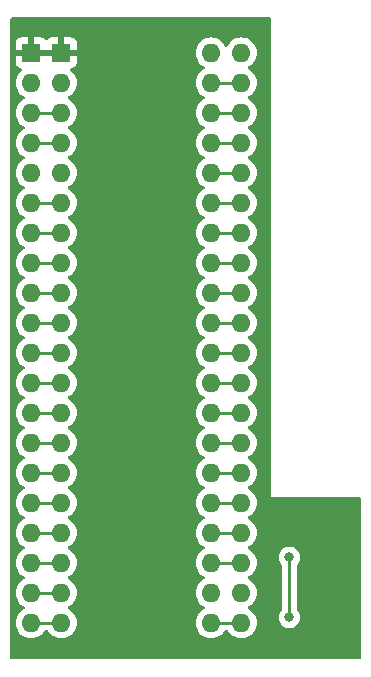
<source format=gbr>
%TF.GenerationSoftware,KiCad,Pcbnew,7.0.2-0*%
%TF.CreationDate,2024-12-31T08:54:24-08:00*%
%TF.ProjectId,rev2_x_ay_interposer,72657632-5f78-45f6-9179-5f696e746572,1.0*%
%TF.SameCoordinates,Original*%
%TF.FileFunction,Copper,L2,Bot*%
%TF.FilePolarity,Positive*%
%FSLAX46Y46*%
G04 Gerber Fmt 4.6, Leading zero omitted, Abs format (unit mm)*
G04 Created by KiCad (PCBNEW 7.0.2-0) date 2024-12-31 08:54:24*
%MOMM*%
%LPD*%
G01*
G04 APERTURE LIST*
%TA.AperFunction,ComponentPad*%
%ADD10R,1.600000X1.600000*%
%TD*%
%TA.AperFunction,ComponentPad*%
%ADD11O,1.600000X1.600000*%
%TD*%
%TA.AperFunction,ViaPad*%
%ADD12C,0.800000*%
%TD*%
%TA.AperFunction,Conductor*%
%ADD13C,0.250000*%
%TD*%
G04 APERTURE END LIST*
D10*
%TO.P,U101,1,GND*%
%TO.N,GND*%
X139446000Y-39826400D03*
D11*
%TO.P,U101,2,NC*%
%TO.N,unconnected-(U101-NC-Pad2)*%
X139446000Y-42366400D03*
%TO.P,U101,3,OUT_B*%
%TO.N,/OUT_B*%
X139446000Y-44906400D03*
%TO.P,U101,4,OUT_A*%
%TO.N,/OUT_A*%
X139446000Y-47446400D03*
%TO.P,U101,5,NC*%
%TO.N,unconnected-(U101-NC-Pad5)*%
X139446000Y-49986400D03*
%TO.P,U101,6,IOB7*%
%TO.N,/IOB7*%
X139446000Y-52526400D03*
%TO.P,U101,7,IOB6*%
%TO.N,/IOB6*%
X139446000Y-55066400D03*
%TO.P,U101,8,IOB5*%
%TO.N,/IOB5*%
X139446000Y-57606400D03*
%TO.P,U101,9,IOB4*%
%TO.N,/IOB4*%
X139446000Y-60146400D03*
%TO.P,U101,10,IOB3*%
%TO.N,/IOB3*%
X139446000Y-62686400D03*
%TO.P,U101,11,IOB2*%
%TO.N,/IOB2*%
X139446000Y-65226400D03*
%TO.P,U101,12,IOB1*%
%TO.N,/IOB1*%
X139446000Y-67766400D03*
%TO.P,U101,13,IOB0*%
%TO.N,/IOB0*%
X139446000Y-70306400D03*
%TO.P,U101,14,IOA7*%
%TO.N,/IOA7*%
X139446000Y-72846400D03*
%TO.P,U101,15,IOA6*%
%TO.N,/IOA6*%
X139446000Y-75386400D03*
%TO.P,U101,16,IOA5*%
%TO.N,/IOA5*%
X139446000Y-77926400D03*
%TO.P,U101,17,IOA4*%
%TO.N,/IOA4*%
X139446000Y-80466400D03*
%TO.P,U101,18,IOA3*%
%TO.N,/IOA3*%
X139446000Y-83006400D03*
%TO.P,U101,19,IOA2*%
%TO.N,/IOA2*%
X139446000Y-85546400D03*
%TO.P,U101,20,IOA1*%
%TO.N,/IOA1*%
X139446000Y-88086400D03*
%TO.P,U101,21,IOA0*%
%TO.N,/IOA0*%
X154686000Y-88086400D03*
%TO.P,U101,22,CLOCK*%
%TO.N,/CPUCLK*%
X154686000Y-85546400D03*
%TO.P,U101,23,~{RESET}*%
%TO.N,/RESET*%
X154686000Y-83006400D03*
%TO.P,U101,24,~{A9}*%
%TO.N,/A9*%
X154686000Y-80466400D03*
%TO.P,U101,25,A8*%
%TO.N,/A8*%
X154686000Y-77926400D03*
%TO.P,U101,26,TEST2/~{SEL}*%
%TO.N,/TEST2*%
X154686000Y-75386400D03*
%TO.P,U101,27,BDIR*%
%TO.N,/BDIR*%
X154686000Y-72846400D03*
%TO.P,U101,28,BC2*%
%TO.N,/BC2*%
X154686000Y-70306400D03*
%TO.P,U101,29,BC1*%
%TO.N,/BC1*%
X154686000Y-67766400D03*
%TO.P,U101,30,DA7*%
%TO.N,/DA7*%
X154686000Y-65226400D03*
%TO.P,U101,31,DA6*%
%TO.N,/DA6*%
X154686000Y-62686400D03*
%TO.P,U101,32,DA5*%
%TO.N,/DA5*%
X154686000Y-60146400D03*
%TO.P,U101,33,DA4*%
%TO.N,/DA4*%
X154686000Y-57606400D03*
%TO.P,U101,34,DA3*%
%TO.N,/DA3*%
X154686000Y-55066400D03*
%TO.P,U101,35,DA2*%
%TO.N,/DA2*%
X154686000Y-52526400D03*
%TO.P,U101,36,DA1*%
%TO.N,/DA1*%
X154686000Y-49986400D03*
%TO.P,U101,37,DA0*%
%TO.N,/DA0*%
X154686000Y-47446400D03*
%TO.P,U101,38,OUT_C*%
%TO.N,/OUT_C*%
X154686000Y-44906400D03*
%TO.P,U101,39,TEST1*%
%TO.N,/TEST1*%
X154686000Y-42366400D03*
%TO.P,U101,40,VCC*%
%TO.N,VCC*%
X154686000Y-39826400D03*
%TD*%
D10*
%TO.P,U102,1,GND*%
%TO.N,GND*%
X136878200Y-39826400D03*
D11*
%TO.P,U102,2,NC*%
%TO.N,unconnected-(U102-NC-Pad2)*%
X136878200Y-42366400D03*
%TO.P,U102,3,OUT_B*%
%TO.N,/OUT_B*%
X136878200Y-44906400D03*
%TO.P,U102,4,OUT_A*%
%TO.N,/OUT_A*%
X136878200Y-47446400D03*
%TO.P,U102,5,NC*%
%TO.N,unconnected-(U102-NC-Pad5)*%
X136878200Y-49986400D03*
%TO.P,U102,6,IOB7*%
%TO.N,/IOB7*%
X136878200Y-52526400D03*
%TO.P,U102,7,IOB6*%
%TO.N,/IOB6*%
X136878200Y-55066400D03*
%TO.P,U102,8,IOB5*%
%TO.N,/IOB5*%
X136878200Y-57606400D03*
%TO.P,U102,9,IOB4*%
%TO.N,/IOB4*%
X136878200Y-60146400D03*
%TO.P,U102,10,IOB3*%
%TO.N,/IOB3*%
X136878200Y-62686400D03*
%TO.P,U102,11,IOB2*%
%TO.N,/IOB2*%
X136878200Y-65226400D03*
%TO.P,U102,12,IOB1*%
%TO.N,/IOB1*%
X136878200Y-67766400D03*
%TO.P,U102,13,IOB0*%
%TO.N,/IOB0*%
X136878200Y-70306400D03*
%TO.P,U102,14,IOA7*%
%TO.N,/IOA7*%
X136878200Y-72846400D03*
%TO.P,U102,15,IOA6*%
%TO.N,/IOA6*%
X136878200Y-75386400D03*
%TO.P,U102,16,IOA5*%
%TO.N,/IOA5*%
X136878200Y-77926400D03*
%TO.P,U102,17,IOA4*%
%TO.N,/IOA4*%
X136878200Y-80466400D03*
%TO.P,U102,18,IOA3*%
%TO.N,/IOA3*%
X136878200Y-83006400D03*
%TO.P,U102,19,IOA2*%
%TO.N,/IOA2*%
X136878200Y-85546400D03*
%TO.P,U102,20,IOA1*%
%TO.N,/IOA1*%
X136878200Y-88086400D03*
%TO.P,U102,21,IOA0*%
%TO.N,/IOA0*%
X152118200Y-88086400D03*
%TO.P,U102,22,CLOCK*%
%TO.N,Net-(U102-CLOCK)*%
X152118200Y-85546400D03*
%TO.P,U102,23,~{RESET}*%
%TO.N,/RESET*%
X152118200Y-83006400D03*
%TO.P,U102,24,~{A9}*%
%TO.N,/A9*%
X152118200Y-80466400D03*
%TO.P,U102,25,A8*%
%TO.N,/A8*%
X152118200Y-77926400D03*
%TO.P,U102,26,TEST2/~{SEL}*%
%TO.N,/TEST2*%
X152118200Y-75386400D03*
%TO.P,U102,27,BDIR*%
%TO.N,/BDIR*%
X152118200Y-72846400D03*
%TO.P,U102,28,BC2*%
%TO.N,/BC2*%
X152118200Y-70306400D03*
%TO.P,U102,29,BC1*%
%TO.N,/BC1*%
X152118200Y-67766400D03*
%TO.P,U102,30,DA7*%
%TO.N,/DA7*%
X152118200Y-65226400D03*
%TO.P,U102,31,DA6*%
%TO.N,/DA6*%
X152118200Y-62686400D03*
%TO.P,U102,32,DA5*%
%TO.N,/DA5*%
X152118200Y-60146400D03*
%TO.P,U102,33,DA4*%
%TO.N,/DA4*%
X152118200Y-57606400D03*
%TO.P,U102,34,DA3*%
%TO.N,/DA3*%
X152118200Y-55066400D03*
%TO.P,U102,35,DA2*%
%TO.N,/DA2*%
X152118200Y-52526400D03*
%TO.P,U102,36,DA1*%
%TO.N,/DA1*%
X152118200Y-49986400D03*
%TO.P,U102,37,DA0*%
%TO.N,/DA0*%
X152118200Y-47446400D03*
%TO.P,U102,38,OUT_C*%
%TO.N,/OUT_C*%
X152118200Y-44906400D03*
%TO.P,U102,39,TEST1*%
%TO.N,/TEST1*%
X152118200Y-42366400D03*
%TO.P,U102,40,VCC*%
%TO.N,VCC*%
X152118200Y-39826400D03*
%TD*%
D12*
%TO.N,GND*%
X160020000Y-83566000D03*
%TO.N,Net-(U103A-D)*%
X158750000Y-87630000D03*
X158750000Y-82550000D03*
%TD*%
D13*
%TO.N,/OUT_B*%
X139446000Y-44906400D02*
X136878200Y-44906400D01*
%TO.N,/OUT_A*%
X139446000Y-47446400D02*
X136878200Y-47446400D01*
%TO.N,/IOB7*%
X139446000Y-52526400D02*
X136878200Y-52526400D01*
%TO.N,/IOB6*%
X139446000Y-55066400D02*
X136878200Y-55066400D01*
%TO.N,/IOB5*%
X139446000Y-57606400D02*
X136878200Y-57606400D01*
%TO.N,/IOB4*%
X139446000Y-60146400D02*
X136878200Y-60146400D01*
%TO.N,/IOB3*%
X139446000Y-62686400D02*
X136878200Y-62686400D01*
%TO.N,/IOB2*%
X139446000Y-65226400D02*
X136878200Y-65226400D01*
%TO.N,/IOB1*%
X139446000Y-67766400D02*
X136878200Y-67766400D01*
%TO.N,/IOB0*%
X139446000Y-70306400D02*
X136878200Y-70306400D01*
%TO.N,/IOA7*%
X139446000Y-72846400D02*
X136878200Y-72846400D01*
%TO.N,/IOA6*%
X139446000Y-75386400D02*
X136878200Y-75386400D01*
%TO.N,/IOA5*%
X139446000Y-77926400D02*
X136878200Y-77926400D01*
%TO.N,/IOA4*%
X139446000Y-80466400D02*
X136878200Y-80466400D01*
%TO.N,/IOA3*%
X139446000Y-83006400D02*
X136878200Y-83006400D01*
%TO.N,/IOA2*%
X139446000Y-85546400D02*
X136878200Y-85546400D01*
%TO.N,/IOA1*%
X139446000Y-88086400D02*
X136878200Y-88086400D01*
%TO.N,/IOA0*%
X154686000Y-88086400D02*
X152118200Y-88086400D01*
%TO.N,/RESET*%
X154686000Y-83006400D02*
X152118200Y-83006400D01*
%TO.N,/A9*%
X154686000Y-80466400D02*
X152118200Y-80466400D01*
%TO.N,/A8*%
X154686000Y-77926400D02*
X152118200Y-77926400D01*
%TO.N,/TEST2*%
X154686000Y-75386400D02*
X152118200Y-75386400D01*
%TO.N,/BDIR*%
X154686000Y-72846400D02*
X152118200Y-72846400D01*
%TO.N,/BC2*%
X154686000Y-70306400D02*
X152118200Y-70306400D01*
%TO.N,/BC1*%
X154686000Y-67766400D02*
X152118200Y-67766400D01*
%TO.N,/DA7*%
X154686000Y-65226400D02*
X152118200Y-65226400D01*
%TO.N,/DA6*%
X154686000Y-62686400D02*
X152118200Y-62686400D01*
%TO.N,/DA5*%
X154686000Y-60146400D02*
X152118200Y-60146400D01*
%TO.N,/DA4*%
X154686000Y-57606400D02*
X152118200Y-57606400D01*
%TO.N,/DA3*%
X154686000Y-55066400D02*
X152118200Y-55066400D01*
%TO.N,/DA2*%
X154686000Y-52526400D02*
X152118200Y-52526400D01*
%TO.N,/DA1*%
X154686000Y-49986400D02*
X152118200Y-49986400D01*
%TO.N,/DA0*%
X154686000Y-47446400D02*
X152118200Y-47446400D01*
%TO.N,/OUT_C*%
X154686000Y-44906400D02*
X152118200Y-44906400D01*
%TO.N,/TEST1*%
X154686000Y-42366400D02*
X152118200Y-42366400D01*
%TO.N,Net-(U103A-D)*%
X158750000Y-82550000D02*
X158750000Y-87630000D01*
%TD*%
%TA.AperFunction,Conductor*%
%TO.N,GND*%
G36*
X139118359Y-39588355D02*
G01*
X139060835Y-39701252D01*
X139041014Y-39826400D01*
X139060835Y-39951548D01*
X139118359Y-40064445D01*
X139130314Y-40076400D01*
X137193886Y-40076400D01*
X137205841Y-40064445D01*
X137263365Y-39951548D01*
X137283186Y-39826400D01*
X137263365Y-39701252D01*
X137205841Y-39588355D01*
X137193886Y-39576400D01*
X139130314Y-39576400D01*
X139118359Y-39588355D01*
G37*
%TD.AperFunction*%
%TA.AperFunction,Conductor*%
G36*
X157169039Y-36849685D02*
G01*
X157214794Y-36902489D01*
X157226000Y-36953999D01*
X157226000Y-77470000D01*
X164722000Y-77470000D01*
X164789039Y-77489685D01*
X164834794Y-77542489D01*
X164846000Y-77594000D01*
X164846000Y-91062000D01*
X164826315Y-91129039D01*
X164773511Y-91174794D01*
X164722000Y-91186000D01*
X135252000Y-91186000D01*
X135184961Y-91166315D01*
X135139206Y-91113511D01*
X135128000Y-91062000D01*
X135128000Y-88086400D01*
X135572731Y-88086400D01*
X135592564Y-88313089D01*
X135651461Y-88532897D01*
X135747632Y-88739135D01*
X135878153Y-88925540D01*
X136039059Y-89086446D01*
X136225464Y-89216967D01*
X136225465Y-89216967D01*
X136225466Y-89216968D01*
X136431704Y-89313139D01*
X136651508Y-89372035D01*
X136878200Y-89391868D01*
X137104892Y-89372035D01*
X137324696Y-89313139D01*
X137530934Y-89216968D01*
X137717339Y-89086447D01*
X137878247Y-88925539D01*
X137990812Y-88764777D01*
X138045389Y-88721152D01*
X138092388Y-88711900D01*
X138231812Y-88711900D01*
X138298851Y-88731585D01*
X138333387Y-88764777D01*
X138445953Y-88925540D01*
X138606859Y-89086446D01*
X138793264Y-89216967D01*
X138793265Y-89216967D01*
X138793266Y-89216968D01*
X138999504Y-89313139D01*
X139219308Y-89372035D01*
X139446000Y-89391868D01*
X139672692Y-89372035D01*
X139892496Y-89313139D01*
X140098734Y-89216968D01*
X140285139Y-89086447D01*
X140446047Y-88925539D01*
X140576568Y-88739134D01*
X140672739Y-88532896D01*
X140731635Y-88313092D01*
X140751468Y-88086400D01*
X140751468Y-88086399D01*
X150812731Y-88086399D01*
X150832564Y-88313089D01*
X150891461Y-88532897D01*
X150987632Y-88739135D01*
X151118153Y-88925540D01*
X151279059Y-89086446D01*
X151465464Y-89216967D01*
X151465465Y-89216967D01*
X151465466Y-89216968D01*
X151671704Y-89313139D01*
X151891508Y-89372035D01*
X152042635Y-89385257D01*
X152118199Y-89391868D01*
X152118199Y-89391867D01*
X152118200Y-89391868D01*
X152344892Y-89372035D01*
X152564696Y-89313139D01*
X152770934Y-89216968D01*
X152957339Y-89086447D01*
X153118247Y-88925539D01*
X153230812Y-88764777D01*
X153285389Y-88721152D01*
X153332388Y-88711900D01*
X153471812Y-88711900D01*
X153538851Y-88731585D01*
X153573387Y-88764777D01*
X153685953Y-88925540D01*
X153846859Y-89086446D01*
X154033264Y-89216967D01*
X154033265Y-89216967D01*
X154033266Y-89216968D01*
X154239504Y-89313139D01*
X154459308Y-89372035D01*
X154686000Y-89391868D01*
X154912692Y-89372035D01*
X155132496Y-89313139D01*
X155338734Y-89216968D01*
X155525139Y-89086447D01*
X155686047Y-88925539D01*
X155816568Y-88739134D01*
X155912739Y-88532896D01*
X155971635Y-88313092D01*
X155991468Y-88086400D01*
X155971635Y-87859708D01*
X155912739Y-87639904D01*
X155908120Y-87629999D01*
X157844540Y-87629999D01*
X157864326Y-87818257D01*
X157922820Y-87998284D01*
X158017466Y-88162216D01*
X158144129Y-88302889D01*
X158297269Y-88414151D01*
X158470197Y-88491144D01*
X158655352Y-88530500D01*
X158655354Y-88530500D01*
X158844648Y-88530500D01*
X158968083Y-88504262D01*
X159029803Y-88491144D01*
X159202730Y-88414151D01*
X159355870Y-88302889D01*
X159482533Y-88162216D01*
X159577179Y-87998284D01*
X159577178Y-87998284D01*
X159635674Y-87818256D01*
X159655460Y-87630000D01*
X159635674Y-87441744D01*
X159577179Y-87261716D01*
X159577179Y-87261715D01*
X159482533Y-87097783D01*
X159407350Y-87014284D01*
X159377120Y-86951293D01*
X159375500Y-86931312D01*
X159375500Y-83248687D01*
X159395185Y-83181648D01*
X159407350Y-83165714D01*
X159482533Y-83082216D01*
X159577179Y-82918284D01*
X159635674Y-82738256D01*
X159655460Y-82550000D01*
X159635674Y-82361744D01*
X159577179Y-82181716D01*
X159577179Y-82181715D01*
X159482533Y-82017783D01*
X159355870Y-81877110D01*
X159202730Y-81765848D01*
X159029802Y-81688855D01*
X158844648Y-81649500D01*
X158844646Y-81649500D01*
X158655354Y-81649500D01*
X158655352Y-81649500D01*
X158470197Y-81688855D01*
X158297269Y-81765848D01*
X158144129Y-81877110D01*
X158017466Y-82017783D01*
X157922820Y-82181715D01*
X157864326Y-82361742D01*
X157844540Y-82549999D01*
X157864326Y-82738257D01*
X157922820Y-82918284D01*
X158017464Y-83082213D01*
X158092650Y-83165714D01*
X158122880Y-83228706D01*
X158124500Y-83248687D01*
X158124500Y-86931312D01*
X158104815Y-86998351D01*
X158092650Y-87014284D01*
X158017466Y-87097783D01*
X157922820Y-87261715D01*
X157864326Y-87441742D01*
X157844540Y-87629999D01*
X155908120Y-87629999D01*
X155816568Y-87433666D01*
X155696169Y-87261716D01*
X155686046Y-87247259D01*
X155525140Y-87086353D01*
X155338733Y-86955831D01*
X155280725Y-86928782D01*
X155228285Y-86882610D01*
X155209133Y-86815417D01*
X155229348Y-86748535D01*
X155280725Y-86704018D01*
X155338734Y-86676968D01*
X155525139Y-86546447D01*
X155686047Y-86385539D01*
X155816568Y-86199134D01*
X155912739Y-85992896D01*
X155971635Y-85773092D01*
X155991468Y-85546400D01*
X155971635Y-85319708D01*
X155912739Y-85099904D01*
X155816568Y-84893666D01*
X155686047Y-84707261D01*
X155686046Y-84707259D01*
X155525140Y-84546353D01*
X155338733Y-84415831D01*
X155280725Y-84388782D01*
X155228285Y-84342610D01*
X155209133Y-84275417D01*
X155229348Y-84208535D01*
X155280725Y-84164018D01*
X155338734Y-84136968D01*
X155525139Y-84006447D01*
X155686047Y-83845539D01*
X155816568Y-83659134D01*
X155912739Y-83452896D01*
X155971635Y-83233092D01*
X155991468Y-83006400D01*
X155971635Y-82779708D01*
X155912739Y-82559904D01*
X155816568Y-82353666D01*
X155696169Y-82181716D01*
X155686046Y-82167259D01*
X155525140Y-82006353D01*
X155338733Y-81875831D01*
X155280725Y-81848782D01*
X155228285Y-81802610D01*
X155209133Y-81735417D01*
X155229348Y-81668535D01*
X155280725Y-81624018D01*
X155338734Y-81596968D01*
X155525139Y-81466447D01*
X155686047Y-81305539D01*
X155816568Y-81119134D01*
X155912739Y-80912896D01*
X155971635Y-80693092D01*
X155991468Y-80466400D01*
X155971635Y-80239708D01*
X155912739Y-80019904D01*
X155816568Y-79813666D01*
X155686047Y-79627261D01*
X155686046Y-79627259D01*
X155525140Y-79466353D01*
X155338736Y-79335833D01*
X155280723Y-79308781D01*
X155228284Y-79262608D01*
X155209133Y-79195414D01*
X155229349Y-79128533D01*
X155280721Y-79084019D01*
X155338734Y-79056968D01*
X155525139Y-78926447D01*
X155686047Y-78765539D01*
X155816568Y-78579134D01*
X155912739Y-78372896D01*
X155971635Y-78153092D01*
X155991468Y-77926400D01*
X155971635Y-77699708D01*
X155912739Y-77479904D01*
X155816568Y-77273666D01*
X155776541Y-77216500D01*
X155686046Y-77087259D01*
X155525140Y-76926353D01*
X155338733Y-76795831D01*
X155280725Y-76768782D01*
X155228285Y-76722610D01*
X155209133Y-76655417D01*
X155229348Y-76588535D01*
X155280725Y-76544018D01*
X155338734Y-76516968D01*
X155525139Y-76386447D01*
X155686047Y-76225539D01*
X155816568Y-76039134D01*
X155912739Y-75832896D01*
X155971635Y-75613092D01*
X155991468Y-75386400D01*
X155971635Y-75159708D01*
X155912739Y-74939904D01*
X155816568Y-74733666D01*
X155686047Y-74547261D01*
X155686046Y-74547259D01*
X155525140Y-74386353D01*
X155338733Y-74255831D01*
X155280725Y-74228782D01*
X155228285Y-74182610D01*
X155209133Y-74115417D01*
X155229348Y-74048535D01*
X155280725Y-74004018D01*
X155338734Y-73976968D01*
X155525139Y-73846447D01*
X155686047Y-73685539D01*
X155816568Y-73499134D01*
X155912739Y-73292896D01*
X155971635Y-73073092D01*
X155991468Y-72846400D01*
X155971635Y-72619708D01*
X155912739Y-72399904D01*
X155816568Y-72193666D01*
X155686047Y-72007261D01*
X155686046Y-72007259D01*
X155525140Y-71846353D01*
X155338733Y-71715831D01*
X155280725Y-71688782D01*
X155228285Y-71642610D01*
X155209133Y-71575417D01*
X155229348Y-71508535D01*
X155280725Y-71464018D01*
X155338734Y-71436968D01*
X155525139Y-71306447D01*
X155686047Y-71145539D01*
X155816568Y-70959134D01*
X155912739Y-70752896D01*
X155971635Y-70533092D01*
X155991468Y-70306400D01*
X155971635Y-70079708D01*
X155912739Y-69859904D01*
X155816568Y-69653666D01*
X155686047Y-69467261D01*
X155686046Y-69467259D01*
X155525140Y-69306353D01*
X155338733Y-69175831D01*
X155280725Y-69148782D01*
X155228285Y-69102610D01*
X155209133Y-69035417D01*
X155229348Y-68968535D01*
X155280725Y-68924018D01*
X155338734Y-68896968D01*
X155525139Y-68766447D01*
X155686047Y-68605539D01*
X155816568Y-68419134D01*
X155912739Y-68212896D01*
X155971635Y-67993092D01*
X155991468Y-67766400D01*
X155971635Y-67539708D01*
X155912739Y-67319904D01*
X155816568Y-67113666D01*
X155686047Y-66927261D01*
X155686046Y-66927259D01*
X155525140Y-66766353D01*
X155338736Y-66635833D01*
X155280723Y-66608781D01*
X155228284Y-66562608D01*
X155209133Y-66495414D01*
X155229349Y-66428533D01*
X155280721Y-66384019D01*
X155338734Y-66356968D01*
X155525139Y-66226447D01*
X155686047Y-66065539D01*
X155816568Y-65879134D01*
X155912739Y-65672896D01*
X155971635Y-65453092D01*
X155991468Y-65226400D01*
X155971635Y-64999708D01*
X155912739Y-64779904D01*
X155816568Y-64573666D01*
X155686047Y-64387261D01*
X155686046Y-64387259D01*
X155525140Y-64226353D01*
X155338733Y-64095831D01*
X155280725Y-64068782D01*
X155228285Y-64022610D01*
X155209133Y-63955417D01*
X155229348Y-63888535D01*
X155280725Y-63844018D01*
X155338734Y-63816968D01*
X155525139Y-63686447D01*
X155686047Y-63525539D01*
X155816568Y-63339134D01*
X155912739Y-63132896D01*
X155971635Y-62913092D01*
X155991468Y-62686400D01*
X155971635Y-62459708D01*
X155912739Y-62239904D01*
X155816568Y-62033666D01*
X155686047Y-61847261D01*
X155686046Y-61847259D01*
X155525140Y-61686353D01*
X155338733Y-61555831D01*
X155280725Y-61528782D01*
X155228285Y-61482610D01*
X155209133Y-61415417D01*
X155229348Y-61348535D01*
X155280725Y-61304018D01*
X155338734Y-61276968D01*
X155525139Y-61146447D01*
X155686047Y-60985539D01*
X155816568Y-60799134D01*
X155912739Y-60592896D01*
X155971635Y-60373092D01*
X155991468Y-60146400D01*
X155971635Y-59919708D01*
X155912739Y-59699904D01*
X155816568Y-59493666D01*
X155686047Y-59307261D01*
X155686046Y-59307259D01*
X155525140Y-59146353D01*
X155338733Y-59015831D01*
X155280725Y-58988782D01*
X155228285Y-58942610D01*
X155209133Y-58875417D01*
X155229348Y-58808535D01*
X155280725Y-58764018D01*
X155338734Y-58736968D01*
X155525139Y-58606447D01*
X155686047Y-58445539D01*
X155816568Y-58259134D01*
X155912739Y-58052896D01*
X155971635Y-57833092D01*
X155991468Y-57606400D01*
X155971635Y-57379708D01*
X155912739Y-57159904D01*
X155816568Y-56953666D01*
X155686047Y-56767261D01*
X155686046Y-56767259D01*
X155525140Y-56606353D01*
X155338733Y-56475831D01*
X155280725Y-56448782D01*
X155228285Y-56402610D01*
X155209133Y-56335417D01*
X155229348Y-56268535D01*
X155280725Y-56224018D01*
X155338734Y-56196968D01*
X155525139Y-56066447D01*
X155686047Y-55905539D01*
X155816568Y-55719134D01*
X155912739Y-55512896D01*
X155971635Y-55293092D01*
X155991468Y-55066400D01*
X155971635Y-54839708D01*
X155912739Y-54619904D01*
X155816568Y-54413666D01*
X155686047Y-54227261D01*
X155686046Y-54227259D01*
X155525140Y-54066353D01*
X155338736Y-53935833D01*
X155280723Y-53908781D01*
X155228284Y-53862608D01*
X155209133Y-53795414D01*
X155229349Y-53728533D01*
X155280721Y-53684019D01*
X155338734Y-53656968D01*
X155525139Y-53526447D01*
X155686047Y-53365539D01*
X155816568Y-53179134D01*
X155912739Y-52972896D01*
X155971635Y-52753092D01*
X155991468Y-52526400D01*
X155971635Y-52299708D01*
X155912739Y-52079904D01*
X155816568Y-51873666D01*
X155686047Y-51687261D01*
X155686046Y-51687259D01*
X155525140Y-51526353D01*
X155338733Y-51395831D01*
X155280725Y-51368782D01*
X155228285Y-51322610D01*
X155209133Y-51255417D01*
X155229348Y-51188535D01*
X155280725Y-51144018D01*
X155338734Y-51116968D01*
X155525139Y-50986447D01*
X155686047Y-50825539D01*
X155816568Y-50639134D01*
X155912739Y-50432896D01*
X155971635Y-50213092D01*
X155991468Y-49986400D01*
X155971635Y-49759708D01*
X155912739Y-49539904D01*
X155816568Y-49333666D01*
X155686047Y-49147261D01*
X155686046Y-49147259D01*
X155525140Y-48986353D01*
X155338733Y-48855831D01*
X155280725Y-48828782D01*
X155228285Y-48782610D01*
X155209133Y-48715417D01*
X155229348Y-48648535D01*
X155280725Y-48604018D01*
X155338734Y-48576968D01*
X155525139Y-48446447D01*
X155686047Y-48285539D01*
X155816568Y-48099134D01*
X155912739Y-47892896D01*
X155971635Y-47673092D01*
X155991468Y-47446400D01*
X155971635Y-47219708D01*
X155912739Y-46999904D01*
X155816568Y-46793666D01*
X155686047Y-46607261D01*
X155686046Y-46607259D01*
X155525140Y-46446353D01*
X155338733Y-46315831D01*
X155280725Y-46288782D01*
X155228285Y-46242610D01*
X155209133Y-46175417D01*
X155229348Y-46108535D01*
X155280725Y-46064018D01*
X155338734Y-46036968D01*
X155525139Y-45906447D01*
X155686047Y-45745539D01*
X155816568Y-45559134D01*
X155912739Y-45352896D01*
X155971635Y-45133092D01*
X155991468Y-44906400D01*
X155971635Y-44679708D01*
X155912739Y-44459904D01*
X155816568Y-44253666D01*
X155686047Y-44067261D01*
X155686046Y-44067259D01*
X155525140Y-43906353D01*
X155338733Y-43775831D01*
X155280725Y-43748782D01*
X155228285Y-43702610D01*
X155209133Y-43635417D01*
X155229348Y-43568535D01*
X155280725Y-43524018D01*
X155338734Y-43496968D01*
X155525139Y-43366447D01*
X155686047Y-43205539D01*
X155816568Y-43019134D01*
X155912739Y-42812896D01*
X155971635Y-42593092D01*
X155991468Y-42366400D01*
X155971635Y-42139708D01*
X155912739Y-41919904D01*
X155816568Y-41713666D01*
X155686047Y-41527261D01*
X155686046Y-41527259D01*
X155525140Y-41366353D01*
X155338736Y-41235833D01*
X155280723Y-41208781D01*
X155228284Y-41162608D01*
X155209133Y-41095414D01*
X155229349Y-41028533D01*
X155280721Y-40984019D01*
X155338734Y-40956968D01*
X155525139Y-40826447D01*
X155686047Y-40665539D01*
X155816568Y-40479134D01*
X155912739Y-40272896D01*
X155971635Y-40053092D01*
X155991468Y-39826400D01*
X155971635Y-39599708D01*
X155912739Y-39379904D01*
X155816568Y-39173666D01*
X155686047Y-38987261D01*
X155686046Y-38987259D01*
X155525140Y-38826353D01*
X155338735Y-38695832D01*
X155132497Y-38599661D01*
X154912689Y-38540764D01*
X154686000Y-38520931D01*
X154459310Y-38540764D01*
X154239502Y-38599661D01*
X154033264Y-38695832D01*
X153846859Y-38826353D01*
X153685953Y-38987259D01*
X153555432Y-39173664D01*
X153514482Y-39261483D01*
X153468309Y-39313922D01*
X153401116Y-39333074D01*
X153334235Y-39312858D01*
X153289718Y-39261483D01*
X153248767Y-39173664D01*
X153118246Y-38987259D01*
X152957340Y-38826353D01*
X152770935Y-38695832D01*
X152564697Y-38599661D01*
X152344889Y-38540764D01*
X152118200Y-38520931D01*
X151891510Y-38540764D01*
X151671702Y-38599661D01*
X151465464Y-38695832D01*
X151279059Y-38826353D01*
X151118153Y-38987259D01*
X150987632Y-39173664D01*
X150891461Y-39379902D01*
X150832564Y-39599710D01*
X150812731Y-39826399D01*
X150832564Y-40053089D01*
X150891461Y-40272897D01*
X150987632Y-40479135D01*
X151118153Y-40665540D01*
X151279059Y-40826446D01*
X151432033Y-40933558D01*
X151465466Y-40956968D01*
X151523475Y-40984018D01*
X151575914Y-41030191D01*
X151595065Y-41097385D01*
X151574849Y-41164266D01*
X151523475Y-41208782D01*
X151465463Y-41235833D01*
X151279059Y-41366353D01*
X151118153Y-41527259D01*
X150987632Y-41713664D01*
X150891461Y-41919902D01*
X150832564Y-42139710D01*
X150812731Y-42366400D01*
X150832564Y-42593089D01*
X150891461Y-42812897D01*
X150987632Y-43019135D01*
X151118153Y-43205540D01*
X151279059Y-43366446D01*
X151465463Y-43496966D01*
X151465466Y-43496968D01*
X151523475Y-43524018D01*
X151575914Y-43570191D01*
X151595065Y-43637385D01*
X151574849Y-43704266D01*
X151523475Y-43748782D01*
X151465463Y-43775833D01*
X151279059Y-43906353D01*
X151118153Y-44067259D01*
X150987632Y-44253664D01*
X150891461Y-44459902D01*
X150832564Y-44679710D01*
X150812731Y-44906400D01*
X150832564Y-45133089D01*
X150891461Y-45352897D01*
X150987632Y-45559135D01*
X151118153Y-45745540D01*
X151279059Y-45906446D01*
X151465463Y-46036966D01*
X151465466Y-46036968D01*
X151523473Y-46064017D01*
X151575913Y-46110189D01*
X151595065Y-46177382D01*
X151574850Y-46244264D01*
X151523476Y-46288780D01*
X151465466Y-46315831D01*
X151279059Y-46446353D01*
X151118153Y-46607259D01*
X150987632Y-46793664D01*
X150891461Y-46999902D01*
X150832564Y-47219710D01*
X150812731Y-47446399D01*
X150832564Y-47673089D01*
X150891461Y-47892897D01*
X150987632Y-48099135D01*
X151118153Y-48285540D01*
X151279059Y-48446446D01*
X151465463Y-48576966D01*
X151465466Y-48576968D01*
X151523475Y-48604018D01*
X151575914Y-48650191D01*
X151595065Y-48717385D01*
X151574849Y-48784266D01*
X151523475Y-48828782D01*
X151465463Y-48855833D01*
X151279059Y-48986353D01*
X151118153Y-49147259D01*
X150987632Y-49333664D01*
X150891461Y-49539902D01*
X150832564Y-49759710D01*
X150812731Y-49986400D01*
X150832564Y-50213089D01*
X150891461Y-50432897D01*
X150987632Y-50639135D01*
X151118153Y-50825540D01*
X151279059Y-50986446D01*
X151465463Y-51116966D01*
X151465466Y-51116968D01*
X151523475Y-51144018D01*
X151575914Y-51190191D01*
X151595065Y-51257385D01*
X151574849Y-51324266D01*
X151523475Y-51368782D01*
X151465463Y-51395833D01*
X151279059Y-51526353D01*
X151118153Y-51687259D01*
X150987632Y-51873664D01*
X150891461Y-52079902D01*
X150832564Y-52299710D01*
X150812731Y-52526400D01*
X150832564Y-52753089D01*
X150891461Y-52972897D01*
X150987632Y-53179135D01*
X151118153Y-53365540D01*
X151279059Y-53526446D01*
X151465463Y-53656966D01*
X151465466Y-53656968D01*
X151523475Y-53684018D01*
X151575914Y-53730191D01*
X151595065Y-53797385D01*
X151574849Y-53864266D01*
X151523475Y-53908782D01*
X151465463Y-53935833D01*
X151279059Y-54066353D01*
X151118153Y-54227259D01*
X150987632Y-54413664D01*
X150891461Y-54619902D01*
X150832564Y-54839710D01*
X150812731Y-55066399D01*
X150832564Y-55293089D01*
X150891461Y-55512897D01*
X150987632Y-55719135D01*
X151118153Y-55905540D01*
X151279059Y-56066446D01*
X151465463Y-56196966D01*
X151465466Y-56196968D01*
X151523475Y-56224018D01*
X151575914Y-56270191D01*
X151595065Y-56337385D01*
X151574849Y-56404266D01*
X151523475Y-56448782D01*
X151465463Y-56475833D01*
X151279059Y-56606353D01*
X151118153Y-56767259D01*
X150987632Y-56953664D01*
X150891461Y-57159902D01*
X150832564Y-57379710D01*
X150812731Y-57606400D01*
X150832564Y-57833089D01*
X150891461Y-58052897D01*
X150987632Y-58259135D01*
X151118153Y-58445540D01*
X151279059Y-58606446D01*
X151465463Y-58736966D01*
X151465466Y-58736968D01*
X151523473Y-58764017D01*
X151575913Y-58810189D01*
X151595065Y-58877382D01*
X151574850Y-58944264D01*
X151523476Y-58988780D01*
X151465466Y-59015831D01*
X151279059Y-59146353D01*
X151118153Y-59307259D01*
X150987632Y-59493664D01*
X150891461Y-59699902D01*
X150832564Y-59919710D01*
X150812731Y-60146400D01*
X150832564Y-60373089D01*
X150891461Y-60592897D01*
X150987632Y-60799135D01*
X151118153Y-60985540D01*
X151279059Y-61146446D01*
X151465463Y-61276966D01*
X151465466Y-61276968D01*
X151523475Y-61304018D01*
X151575914Y-61350191D01*
X151595065Y-61417385D01*
X151574849Y-61484266D01*
X151523475Y-61528782D01*
X151465463Y-61555833D01*
X151279059Y-61686353D01*
X151118153Y-61847259D01*
X150987632Y-62033664D01*
X150891461Y-62239902D01*
X150832564Y-62459710D01*
X150812731Y-62686399D01*
X150832564Y-62913089D01*
X150891461Y-63132897D01*
X150987632Y-63339135D01*
X151118153Y-63525540D01*
X151279059Y-63686446D01*
X151465463Y-63816966D01*
X151465466Y-63816968D01*
X151523475Y-63844018D01*
X151575914Y-63890191D01*
X151595065Y-63957385D01*
X151574849Y-64024266D01*
X151523475Y-64068782D01*
X151465463Y-64095833D01*
X151279059Y-64226353D01*
X151118153Y-64387259D01*
X150987632Y-64573664D01*
X150891461Y-64779902D01*
X150832564Y-64999710D01*
X150812731Y-65226399D01*
X150832564Y-65453089D01*
X150891461Y-65672897D01*
X150987632Y-65879135D01*
X151118153Y-66065540D01*
X151279059Y-66226446D01*
X151465463Y-66356966D01*
X151465466Y-66356968D01*
X151523473Y-66384017D01*
X151575913Y-66430189D01*
X151595065Y-66497382D01*
X151574850Y-66564264D01*
X151523476Y-66608780D01*
X151465466Y-66635831D01*
X151279059Y-66766353D01*
X151118153Y-66927259D01*
X150987632Y-67113664D01*
X150891461Y-67319902D01*
X150832564Y-67539710D01*
X150812731Y-67766400D01*
X150832564Y-67993089D01*
X150891461Y-68212897D01*
X150987632Y-68419135D01*
X151118153Y-68605540D01*
X151279059Y-68766446D01*
X151465463Y-68896966D01*
X151465466Y-68896968D01*
X151523475Y-68924018D01*
X151575914Y-68970191D01*
X151595065Y-69037385D01*
X151574849Y-69104266D01*
X151523475Y-69148782D01*
X151465463Y-69175833D01*
X151279059Y-69306353D01*
X151118153Y-69467259D01*
X150987632Y-69653664D01*
X150891461Y-69859902D01*
X150832564Y-70079710D01*
X150812731Y-70306400D01*
X150832564Y-70533089D01*
X150891461Y-70752897D01*
X150987632Y-70959135D01*
X151118153Y-71145540D01*
X151279059Y-71306446D01*
X151465463Y-71436966D01*
X151465466Y-71436968D01*
X151523475Y-71464018D01*
X151575914Y-71510191D01*
X151595065Y-71577385D01*
X151574849Y-71644266D01*
X151523475Y-71688782D01*
X151465463Y-71715833D01*
X151279059Y-71846353D01*
X151118153Y-72007259D01*
X150987632Y-72193664D01*
X150891461Y-72399902D01*
X150832564Y-72619710D01*
X150812731Y-72846399D01*
X150832564Y-73073089D01*
X150891461Y-73292897D01*
X150987632Y-73499135D01*
X151118153Y-73685540D01*
X151279059Y-73846446D01*
X151465463Y-73976966D01*
X151465466Y-73976968D01*
X151523475Y-74004018D01*
X151575914Y-74050191D01*
X151595065Y-74117385D01*
X151574849Y-74184266D01*
X151523475Y-74228782D01*
X151465463Y-74255833D01*
X151279059Y-74386353D01*
X151118153Y-74547259D01*
X150987632Y-74733664D01*
X150891461Y-74939902D01*
X150832564Y-75159710D01*
X150812731Y-75386399D01*
X150832564Y-75613089D01*
X150891461Y-75832897D01*
X150987632Y-76039135D01*
X151118153Y-76225540D01*
X151279059Y-76386446D01*
X151465463Y-76516966D01*
X151465466Y-76516968D01*
X151523475Y-76544018D01*
X151575914Y-76590191D01*
X151595065Y-76657385D01*
X151574849Y-76724266D01*
X151523475Y-76768782D01*
X151465463Y-76795833D01*
X151279059Y-76926353D01*
X151118153Y-77087259D01*
X150987632Y-77273664D01*
X150891461Y-77479902D01*
X150832564Y-77699710D01*
X150812731Y-77926400D01*
X150832564Y-78153089D01*
X150891461Y-78372897D01*
X150987632Y-78579135D01*
X151118153Y-78765540D01*
X151279059Y-78926446D01*
X151465463Y-79056966D01*
X151465466Y-79056968D01*
X151523475Y-79084018D01*
X151575914Y-79130191D01*
X151595065Y-79197385D01*
X151574849Y-79264266D01*
X151523475Y-79308782D01*
X151465463Y-79335833D01*
X151279059Y-79466353D01*
X151118153Y-79627259D01*
X150987632Y-79813664D01*
X150891461Y-80019902D01*
X150832564Y-80239710D01*
X150812731Y-80466399D01*
X150832564Y-80693089D01*
X150891461Y-80912897D01*
X150987632Y-81119135D01*
X151118153Y-81305540D01*
X151279059Y-81466446D01*
X151465463Y-81596966D01*
X151465466Y-81596968D01*
X151523475Y-81624018D01*
X151575914Y-81670191D01*
X151595065Y-81737385D01*
X151574849Y-81804266D01*
X151523475Y-81848782D01*
X151465463Y-81875833D01*
X151279059Y-82006353D01*
X151118153Y-82167259D01*
X150987632Y-82353664D01*
X150891461Y-82559902D01*
X150832564Y-82779710D01*
X150812731Y-83006400D01*
X150832564Y-83233089D01*
X150891461Y-83452897D01*
X150987632Y-83659135D01*
X151118153Y-83845540D01*
X151279059Y-84006446D01*
X151465463Y-84136966D01*
X151465466Y-84136968D01*
X151523475Y-84164018D01*
X151575914Y-84210191D01*
X151595065Y-84277385D01*
X151574849Y-84344266D01*
X151523475Y-84388782D01*
X151465463Y-84415833D01*
X151279059Y-84546353D01*
X151118153Y-84707259D01*
X150987632Y-84893664D01*
X150891461Y-85099902D01*
X150832564Y-85319710D01*
X150812731Y-85546400D01*
X150832564Y-85773089D01*
X150891461Y-85992897D01*
X150987632Y-86199135D01*
X151118153Y-86385540D01*
X151279059Y-86546446D01*
X151465463Y-86676966D01*
X151465466Y-86676968D01*
X151523475Y-86704018D01*
X151575914Y-86750191D01*
X151595065Y-86817385D01*
X151574849Y-86884266D01*
X151523475Y-86928782D01*
X151465463Y-86955833D01*
X151279059Y-87086353D01*
X151118153Y-87247259D01*
X150987632Y-87433664D01*
X150891461Y-87639902D01*
X150832564Y-87859710D01*
X150812731Y-88086399D01*
X140751468Y-88086399D01*
X140731635Y-87859708D01*
X140672739Y-87639904D01*
X140576568Y-87433666D01*
X140456169Y-87261716D01*
X140446046Y-87247259D01*
X140285140Y-87086353D01*
X140098733Y-86955831D01*
X140040725Y-86928782D01*
X139988285Y-86882610D01*
X139969133Y-86815417D01*
X139989348Y-86748535D01*
X140040725Y-86704018D01*
X140098734Y-86676968D01*
X140285139Y-86546447D01*
X140446047Y-86385539D01*
X140576568Y-86199134D01*
X140672739Y-85992896D01*
X140731635Y-85773092D01*
X140751468Y-85546400D01*
X140731635Y-85319708D01*
X140672739Y-85099904D01*
X140576568Y-84893666D01*
X140446047Y-84707261D01*
X140446046Y-84707259D01*
X140285140Y-84546353D01*
X140098733Y-84415831D01*
X140040725Y-84388782D01*
X139988285Y-84342610D01*
X139969133Y-84275417D01*
X139989348Y-84208535D01*
X140040725Y-84164018D01*
X140098734Y-84136968D01*
X140285139Y-84006447D01*
X140446047Y-83845539D01*
X140576568Y-83659134D01*
X140672739Y-83452896D01*
X140731635Y-83233092D01*
X140751468Y-83006400D01*
X140731635Y-82779708D01*
X140672739Y-82559904D01*
X140576568Y-82353666D01*
X140456169Y-82181716D01*
X140446046Y-82167259D01*
X140285140Y-82006353D01*
X140098733Y-81875831D01*
X140040725Y-81848782D01*
X139988285Y-81802610D01*
X139969133Y-81735417D01*
X139989348Y-81668535D01*
X140040725Y-81624018D01*
X140098734Y-81596968D01*
X140285139Y-81466447D01*
X140446047Y-81305539D01*
X140576568Y-81119134D01*
X140672739Y-80912896D01*
X140731635Y-80693092D01*
X140751468Y-80466400D01*
X140731635Y-80239708D01*
X140672739Y-80019904D01*
X140576568Y-79813666D01*
X140446047Y-79627261D01*
X140446046Y-79627259D01*
X140285140Y-79466353D01*
X140098733Y-79335831D01*
X140040725Y-79308782D01*
X139988285Y-79262610D01*
X139969133Y-79195417D01*
X139989348Y-79128535D01*
X140040725Y-79084018D01*
X140098734Y-79056968D01*
X140285139Y-78926447D01*
X140446047Y-78765539D01*
X140576568Y-78579134D01*
X140672739Y-78372896D01*
X140731635Y-78153092D01*
X140751468Y-77926400D01*
X140731635Y-77699708D01*
X140672739Y-77479904D01*
X140576568Y-77273666D01*
X140536541Y-77216500D01*
X140446046Y-77087259D01*
X140285140Y-76926353D01*
X140098733Y-76795831D01*
X140040725Y-76768782D01*
X139988285Y-76722610D01*
X139969133Y-76655417D01*
X139989348Y-76588535D01*
X140040725Y-76544018D01*
X140098734Y-76516968D01*
X140285139Y-76386447D01*
X140446047Y-76225539D01*
X140576568Y-76039134D01*
X140672739Y-75832896D01*
X140731635Y-75613092D01*
X140751468Y-75386400D01*
X140731635Y-75159708D01*
X140672739Y-74939904D01*
X140576568Y-74733666D01*
X140446047Y-74547261D01*
X140446046Y-74547259D01*
X140285140Y-74386353D01*
X140098733Y-74255831D01*
X140040725Y-74228782D01*
X139988285Y-74182610D01*
X139969133Y-74115417D01*
X139989348Y-74048535D01*
X140040725Y-74004018D01*
X140098734Y-73976968D01*
X140285139Y-73846447D01*
X140446047Y-73685539D01*
X140576568Y-73499134D01*
X140672739Y-73292896D01*
X140731635Y-73073092D01*
X140751468Y-72846400D01*
X140731635Y-72619708D01*
X140672739Y-72399904D01*
X140576568Y-72193666D01*
X140446047Y-72007261D01*
X140446046Y-72007259D01*
X140285140Y-71846353D01*
X140098733Y-71715831D01*
X140040725Y-71688782D01*
X139988285Y-71642610D01*
X139969133Y-71575417D01*
X139989348Y-71508535D01*
X140040725Y-71464018D01*
X140098734Y-71436968D01*
X140285139Y-71306447D01*
X140446047Y-71145539D01*
X140576568Y-70959134D01*
X140672739Y-70752896D01*
X140731635Y-70533092D01*
X140751468Y-70306400D01*
X140731635Y-70079708D01*
X140672739Y-69859904D01*
X140576568Y-69653666D01*
X140446047Y-69467261D01*
X140446046Y-69467259D01*
X140285140Y-69306353D01*
X140098733Y-69175831D01*
X140040725Y-69148782D01*
X139988285Y-69102610D01*
X139969133Y-69035417D01*
X139989348Y-68968535D01*
X140040725Y-68924018D01*
X140098734Y-68896968D01*
X140285139Y-68766447D01*
X140446047Y-68605539D01*
X140576568Y-68419134D01*
X140672739Y-68212896D01*
X140731635Y-67993092D01*
X140751468Y-67766400D01*
X140731635Y-67539708D01*
X140672739Y-67319904D01*
X140576568Y-67113666D01*
X140446047Y-66927261D01*
X140446046Y-66927259D01*
X140285140Y-66766353D01*
X140098733Y-66635831D01*
X140040725Y-66608782D01*
X139988285Y-66562610D01*
X139969133Y-66495417D01*
X139989348Y-66428535D01*
X140040725Y-66384018D01*
X140098734Y-66356968D01*
X140285139Y-66226447D01*
X140446047Y-66065539D01*
X140576568Y-65879134D01*
X140672739Y-65672896D01*
X140731635Y-65453092D01*
X140751468Y-65226400D01*
X140731635Y-64999708D01*
X140672739Y-64779904D01*
X140576568Y-64573666D01*
X140446047Y-64387261D01*
X140446046Y-64387259D01*
X140285140Y-64226353D01*
X140098733Y-64095831D01*
X140040725Y-64068782D01*
X139988285Y-64022610D01*
X139969133Y-63955417D01*
X139989348Y-63888535D01*
X140040725Y-63844018D01*
X140098734Y-63816968D01*
X140285139Y-63686447D01*
X140446047Y-63525539D01*
X140576568Y-63339134D01*
X140672739Y-63132896D01*
X140731635Y-62913092D01*
X140751468Y-62686400D01*
X140731635Y-62459708D01*
X140672739Y-62239904D01*
X140576568Y-62033666D01*
X140446047Y-61847261D01*
X140446046Y-61847259D01*
X140285140Y-61686353D01*
X140098736Y-61555833D01*
X140040723Y-61528781D01*
X139988284Y-61482608D01*
X139969133Y-61415414D01*
X139989349Y-61348533D01*
X140040721Y-61304019D01*
X140098734Y-61276968D01*
X140285139Y-61146447D01*
X140446047Y-60985539D01*
X140576568Y-60799134D01*
X140672739Y-60592896D01*
X140731635Y-60373092D01*
X140751468Y-60146400D01*
X140731635Y-59919708D01*
X140672739Y-59699904D01*
X140576568Y-59493666D01*
X140446047Y-59307261D01*
X140446046Y-59307259D01*
X140285140Y-59146353D01*
X140098736Y-59015833D01*
X140040723Y-58988781D01*
X139988284Y-58942608D01*
X139969133Y-58875414D01*
X139989349Y-58808533D01*
X140040721Y-58764019D01*
X140098734Y-58736968D01*
X140285139Y-58606447D01*
X140446047Y-58445539D01*
X140576568Y-58259134D01*
X140672739Y-58052896D01*
X140731635Y-57833092D01*
X140751468Y-57606400D01*
X140731635Y-57379708D01*
X140672739Y-57159904D01*
X140576568Y-56953666D01*
X140446047Y-56767261D01*
X140446046Y-56767259D01*
X140285140Y-56606353D01*
X140098733Y-56475831D01*
X140040725Y-56448782D01*
X139988285Y-56402610D01*
X139969133Y-56335417D01*
X139989348Y-56268535D01*
X140040725Y-56224018D01*
X140098734Y-56196968D01*
X140285139Y-56066447D01*
X140446047Y-55905539D01*
X140576568Y-55719134D01*
X140672739Y-55512896D01*
X140731635Y-55293092D01*
X140751468Y-55066400D01*
X140731635Y-54839708D01*
X140672739Y-54619904D01*
X140576568Y-54413666D01*
X140446047Y-54227261D01*
X140446046Y-54227259D01*
X140285140Y-54066353D01*
X140098733Y-53935831D01*
X140040725Y-53908782D01*
X139988285Y-53862610D01*
X139969133Y-53795417D01*
X139989348Y-53728535D01*
X140040725Y-53684018D01*
X140098734Y-53656968D01*
X140285139Y-53526447D01*
X140446047Y-53365539D01*
X140576568Y-53179134D01*
X140672739Y-52972896D01*
X140731635Y-52753092D01*
X140751468Y-52526400D01*
X140731635Y-52299708D01*
X140672739Y-52079904D01*
X140576568Y-51873666D01*
X140446047Y-51687261D01*
X140446046Y-51687259D01*
X140285140Y-51526353D01*
X140098733Y-51395831D01*
X140040725Y-51368782D01*
X139988285Y-51322610D01*
X139969133Y-51255417D01*
X139989348Y-51188535D01*
X140040725Y-51144018D01*
X140098734Y-51116968D01*
X140285139Y-50986447D01*
X140446047Y-50825539D01*
X140576568Y-50639134D01*
X140672739Y-50432896D01*
X140731635Y-50213092D01*
X140751468Y-49986400D01*
X140731635Y-49759708D01*
X140672739Y-49539904D01*
X140576568Y-49333666D01*
X140446047Y-49147261D01*
X140446046Y-49147259D01*
X140285140Y-48986353D01*
X140098733Y-48855831D01*
X140040725Y-48828782D01*
X139988285Y-48782610D01*
X139969133Y-48715417D01*
X139989348Y-48648535D01*
X140040725Y-48604018D01*
X140098734Y-48576968D01*
X140285139Y-48446447D01*
X140446047Y-48285539D01*
X140576568Y-48099134D01*
X140672739Y-47892896D01*
X140731635Y-47673092D01*
X140751468Y-47446400D01*
X140731635Y-47219708D01*
X140672739Y-46999904D01*
X140576568Y-46793666D01*
X140446047Y-46607261D01*
X140446046Y-46607259D01*
X140285140Y-46446353D01*
X140098733Y-46315831D01*
X140040725Y-46288782D01*
X139988285Y-46242610D01*
X139969133Y-46175417D01*
X139989348Y-46108535D01*
X140040725Y-46064018D01*
X140098734Y-46036968D01*
X140285139Y-45906447D01*
X140446047Y-45745539D01*
X140576568Y-45559134D01*
X140672739Y-45352896D01*
X140731635Y-45133092D01*
X140751468Y-44906400D01*
X140731635Y-44679708D01*
X140672739Y-44459904D01*
X140576568Y-44253666D01*
X140446047Y-44067261D01*
X140446046Y-44067259D01*
X140285140Y-43906353D01*
X140098736Y-43775833D01*
X140040723Y-43748781D01*
X139988284Y-43702608D01*
X139969133Y-43635414D01*
X139989349Y-43568533D01*
X140040721Y-43524019D01*
X140098734Y-43496968D01*
X140285139Y-43366447D01*
X140446047Y-43205539D01*
X140576568Y-43019134D01*
X140672739Y-42812896D01*
X140731635Y-42593092D01*
X140751468Y-42366400D01*
X140731635Y-42139708D01*
X140672739Y-41919904D01*
X140576568Y-41713666D01*
X140446047Y-41527261D01*
X140446046Y-41527259D01*
X140285140Y-41366353D01*
X140259913Y-41348689D01*
X140216288Y-41294112D01*
X140209094Y-41224614D01*
X140240617Y-41162259D01*
X140300846Y-41126845D01*
X140317783Y-41123824D01*
X140353375Y-41119997D01*
X140488089Y-41069752D01*
X140603188Y-40983588D01*
X140689352Y-40868489D01*
X140739599Y-40733771D01*
X140745645Y-40677532D01*
X140746000Y-40670918D01*
X140746000Y-40076400D01*
X139761686Y-40076400D01*
X139773641Y-40064445D01*
X139831165Y-39951548D01*
X139850986Y-39826400D01*
X139831165Y-39701252D01*
X139773641Y-39588355D01*
X139761686Y-39576400D01*
X140746000Y-39576400D01*
X140746000Y-38981881D01*
X140745645Y-38975267D01*
X140739599Y-38919028D01*
X140689352Y-38784310D01*
X140603188Y-38669211D01*
X140488089Y-38583047D01*
X140353371Y-38532800D01*
X140297132Y-38526754D01*
X140290518Y-38526400D01*
X139696000Y-38526400D01*
X139696000Y-39510714D01*
X139684045Y-39498759D01*
X139571148Y-39441235D01*
X139477481Y-39426400D01*
X139414519Y-39426400D01*
X139320852Y-39441235D01*
X139207955Y-39498759D01*
X139196000Y-39510714D01*
X139196000Y-38526400D01*
X138601482Y-38526400D01*
X138594867Y-38526754D01*
X138538628Y-38532800D01*
X138403910Y-38583047D01*
X138288808Y-38669212D01*
X138261366Y-38705871D01*
X138205432Y-38747742D01*
X138135741Y-38752726D01*
X138074418Y-38719240D01*
X138062834Y-38705871D01*
X138035391Y-38669212D01*
X137920289Y-38583047D01*
X137785571Y-38532800D01*
X137729332Y-38526754D01*
X137722718Y-38526400D01*
X137128200Y-38526400D01*
X137128200Y-39510714D01*
X137116245Y-39498759D01*
X137003348Y-39441235D01*
X136909681Y-39426400D01*
X136846719Y-39426400D01*
X136753052Y-39441235D01*
X136640155Y-39498759D01*
X136628200Y-39510713D01*
X136628200Y-38526400D01*
X136033682Y-38526400D01*
X136027067Y-38526754D01*
X135970828Y-38532800D01*
X135836110Y-38583047D01*
X135721011Y-38669211D01*
X135634847Y-38784310D01*
X135584600Y-38919028D01*
X135578554Y-38975267D01*
X135578200Y-38981881D01*
X135578200Y-39576400D01*
X136562514Y-39576400D01*
X136550559Y-39588355D01*
X136493035Y-39701252D01*
X136473214Y-39826400D01*
X136493035Y-39951548D01*
X136550559Y-40064445D01*
X136562514Y-40076400D01*
X135578200Y-40076400D01*
X135578200Y-40670918D01*
X135578554Y-40677532D01*
X135584600Y-40733771D01*
X135634847Y-40868489D01*
X135721011Y-40983588D01*
X135836110Y-41069752D01*
X135970824Y-41119997D01*
X136006417Y-41123824D01*
X136070968Y-41150562D01*
X136110817Y-41207954D01*
X136113312Y-41277779D01*
X136077660Y-41337868D01*
X136064288Y-41348688D01*
X136039059Y-41366353D01*
X135878153Y-41527259D01*
X135747632Y-41713664D01*
X135651461Y-41919902D01*
X135592564Y-42139710D01*
X135572731Y-42366400D01*
X135592564Y-42593089D01*
X135651461Y-42812897D01*
X135747632Y-43019135D01*
X135878153Y-43205540D01*
X136039059Y-43366446D01*
X136225463Y-43496966D01*
X136225466Y-43496968D01*
X136283475Y-43524018D01*
X136335914Y-43570191D01*
X136355065Y-43637385D01*
X136334849Y-43704266D01*
X136283475Y-43748782D01*
X136225463Y-43775833D01*
X136039059Y-43906353D01*
X135878153Y-44067259D01*
X135747632Y-44253664D01*
X135651461Y-44459902D01*
X135592564Y-44679710D01*
X135572731Y-44906399D01*
X135592564Y-45133089D01*
X135651461Y-45352897D01*
X135747632Y-45559135D01*
X135878153Y-45745540D01*
X136039059Y-45906446D01*
X136225463Y-46036966D01*
X136225466Y-46036968D01*
X136283475Y-46064018D01*
X136335914Y-46110191D01*
X136355065Y-46177385D01*
X136334849Y-46244266D01*
X136283475Y-46288782D01*
X136225463Y-46315833D01*
X136039059Y-46446353D01*
X135878153Y-46607259D01*
X135747632Y-46793664D01*
X135651461Y-46999902D01*
X135592564Y-47219710D01*
X135572731Y-47446400D01*
X135592564Y-47673089D01*
X135651461Y-47892897D01*
X135747632Y-48099135D01*
X135878153Y-48285540D01*
X136039059Y-48446446D01*
X136225463Y-48576966D01*
X136225466Y-48576968D01*
X136283473Y-48604017D01*
X136335913Y-48650189D01*
X136355065Y-48717382D01*
X136334850Y-48784264D01*
X136283476Y-48828780D01*
X136225466Y-48855831D01*
X136039059Y-48986353D01*
X135878153Y-49147259D01*
X135747632Y-49333664D01*
X135651461Y-49539902D01*
X135592564Y-49759710D01*
X135572731Y-49986400D01*
X135592564Y-50213089D01*
X135651461Y-50432897D01*
X135747632Y-50639135D01*
X135878153Y-50825540D01*
X136039059Y-50986446D01*
X136225463Y-51116966D01*
X136225466Y-51116968D01*
X136283475Y-51144018D01*
X136335914Y-51190191D01*
X136355065Y-51257385D01*
X136334849Y-51324266D01*
X136283475Y-51368782D01*
X136225463Y-51395833D01*
X136039059Y-51526353D01*
X135878153Y-51687259D01*
X135747632Y-51873664D01*
X135651461Y-52079902D01*
X135592564Y-52299710D01*
X135572731Y-52526399D01*
X135592564Y-52753089D01*
X135651461Y-52972897D01*
X135747632Y-53179135D01*
X135878153Y-53365540D01*
X136039059Y-53526446D01*
X136225463Y-53656966D01*
X136225466Y-53656968D01*
X136283475Y-53684018D01*
X136335914Y-53730191D01*
X136355065Y-53797385D01*
X136334849Y-53864266D01*
X136283475Y-53908782D01*
X136225463Y-53935833D01*
X136039059Y-54066353D01*
X135878153Y-54227259D01*
X135747632Y-54413664D01*
X135651461Y-54619902D01*
X135592564Y-54839710D01*
X135572731Y-55066399D01*
X135592564Y-55293089D01*
X135651461Y-55512897D01*
X135747632Y-55719135D01*
X135878153Y-55905540D01*
X136039059Y-56066446D01*
X136225463Y-56196966D01*
X136225466Y-56196968D01*
X136283473Y-56224017D01*
X136335913Y-56270189D01*
X136355065Y-56337382D01*
X136334850Y-56404264D01*
X136283476Y-56448780D01*
X136225466Y-56475831D01*
X136039059Y-56606353D01*
X135878153Y-56767259D01*
X135747632Y-56953664D01*
X135651461Y-57159902D01*
X135592564Y-57379710D01*
X135572731Y-57606400D01*
X135592564Y-57833089D01*
X135651461Y-58052897D01*
X135747632Y-58259135D01*
X135878153Y-58445540D01*
X136039059Y-58606446D01*
X136225463Y-58736966D01*
X136225466Y-58736968D01*
X136283475Y-58764018D01*
X136335914Y-58810191D01*
X136355065Y-58877385D01*
X136334849Y-58944266D01*
X136283475Y-58988782D01*
X136225463Y-59015833D01*
X136039059Y-59146353D01*
X135878153Y-59307259D01*
X135747632Y-59493664D01*
X135651461Y-59699902D01*
X135592564Y-59919710D01*
X135572731Y-60146400D01*
X135592564Y-60373089D01*
X135651461Y-60592897D01*
X135747632Y-60799135D01*
X135878153Y-60985540D01*
X136039059Y-61146446D01*
X136225463Y-61276966D01*
X136225466Y-61276968D01*
X136283473Y-61304017D01*
X136335913Y-61350189D01*
X136355065Y-61417382D01*
X136334850Y-61484264D01*
X136283476Y-61528780D01*
X136225466Y-61555831D01*
X136039059Y-61686353D01*
X135878153Y-61847259D01*
X135747632Y-62033664D01*
X135651461Y-62239902D01*
X135592564Y-62459710D01*
X135572731Y-62686400D01*
X135592564Y-62913089D01*
X135651461Y-63132897D01*
X135747632Y-63339135D01*
X135878153Y-63525540D01*
X136039059Y-63686446D01*
X136225463Y-63816966D01*
X136225466Y-63816968D01*
X136283475Y-63844018D01*
X136335914Y-63890191D01*
X136355065Y-63957385D01*
X136334849Y-64024266D01*
X136283475Y-64068782D01*
X136225463Y-64095833D01*
X136039059Y-64226353D01*
X135878153Y-64387259D01*
X135747632Y-64573664D01*
X135651461Y-64779902D01*
X135592564Y-64999710D01*
X135572731Y-65226399D01*
X135592564Y-65453089D01*
X135651461Y-65672897D01*
X135747632Y-65879135D01*
X135878153Y-66065540D01*
X136039059Y-66226446D01*
X136225463Y-66356966D01*
X136225466Y-66356968D01*
X136283475Y-66384018D01*
X136335914Y-66430191D01*
X136355065Y-66497385D01*
X136334849Y-66564266D01*
X136283475Y-66608782D01*
X136225463Y-66635833D01*
X136039059Y-66766353D01*
X135878153Y-66927259D01*
X135747632Y-67113664D01*
X135651461Y-67319902D01*
X135592564Y-67539710D01*
X135572731Y-67766400D01*
X135592564Y-67993089D01*
X135651461Y-68212897D01*
X135747632Y-68419135D01*
X135878153Y-68605540D01*
X136039059Y-68766446D01*
X136225463Y-68896966D01*
X136225466Y-68896968D01*
X136283475Y-68924018D01*
X136335914Y-68970191D01*
X136355065Y-69037385D01*
X136334849Y-69104266D01*
X136283475Y-69148782D01*
X136225463Y-69175833D01*
X136039059Y-69306353D01*
X135878153Y-69467259D01*
X135747632Y-69653664D01*
X135651461Y-69859902D01*
X135592564Y-70079710D01*
X135572731Y-70306400D01*
X135592564Y-70533089D01*
X135651461Y-70752897D01*
X135747632Y-70959135D01*
X135878153Y-71145540D01*
X136039059Y-71306446D01*
X136225463Y-71436966D01*
X136225466Y-71436968D01*
X136283475Y-71464018D01*
X136335914Y-71510191D01*
X136355065Y-71577385D01*
X136334849Y-71644266D01*
X136283475Y-71688782D01*
X136225463Y-71715833D01*
X136039059Y-71846353D01*
X135878153Y-72007259D01*
X135747632Y-72193664D01*
X135651461Y-72399902D01*
X135592564Y-72619710D01*
X135572731Y-72846399D01*
X135592564Y-73073089D01*
X135651461Y-73292897D01*
X135747632Y-73499135D01*
X135878153Y-73685540D01*
X136039059Y-73846446D01*
X136225463Y-73976966D01*
X136225466Y-73976968D01*
X136283475Y-74004018D01*
X136335914Y-74050191D01*
X136355065Y-74117385D01*
X136334849Y-74184266D01*
X136283475Y-74228782D01*
X136225463Y-74255833D01*
X136039059Y-74386353D01*
X135878153Y-74547259D01*
X135747632Y-74733664D01*
X135651461Y-74939902D01*
X135592564Y-75159710D01*
X135572731Y-75386399D01*
X135592564Y-75613089D01*
X135651461Y-75832897D01*
X135747632Y-76039135D01*
X135878153Y-76225540D01*
X136039059Y-76386446D01*
X136225463Y-76516966D01*
X136225466Y-76516968D01*
X136283475Y-76544018D01*
X136335914Y-76590191D01*
X136355065Y-76657385D01*
X136334849Y-76724266D01*
X136283475Y-76768782D01*
X136225463Y-76795833D01*
X136039059Y-76926353D01*
X135878153Y-77087259D01*
X135747632Y-77273664D01*
X135651461Y-77479902D01*
X135592564Y-77699710D01*
X135572731Y-77926400D01*
X135592564Y-78153089D01*
X135651461Y-78372897D01*
X135747632Y-78579135D01*
X135878153Y-78765540D01*
X136039059Y-78926446D01*
X136225463Y-79056966D01*
X136225466Y-79056968D01*
X136283475Y-79084018D01*
X136335914Y-79130191D01*
X136355065Y-79197385D01*
X136334849Y-79264266D01*
X136283475Y-79308782D01*
X136225463Y-79335833D01*
X136039059Y-79466353D01*
X135878153Y-79627259D01*
X135747632Y-79813664D01*
X135651461Y-80019902D01*
X135592564Y-80239710D01*
X135572731Y-80466400D01*
X135592564Y-80693089D01*
X135651461Y-80912897D01*
X135747632Y-81119135D01*
X135878153Y-81305540D01*
X136039059Y-81466446D01*
X136225463Y-81596966D01*
X136225466Y-81596968D01*
X136283473Y-81624017D01*
X136335913Y-81670189D01*
X136355065Y-81737382D01*
X136334850Y-81804264D01*
X136283476Y-81848780D01*
X136225466Y-81875831D01*
X136039059Y-82006353D01*
X135878153Y-82167259D01*
X135747632Y-82353664D01*
X135651461Y-82559902D01*
X135592564Y-82779710D01*
X135572731Y-83006400D01*
X135592564Y-83233089D01*
X135651461Y-83452897D01*
X135747632Y-83659135D01*
X135878153Y-83845540D01*
X136039059Y-84006446D01*
X136225463Y-84136966D01*
X136225466Y-84136968D01*
X136283475Y-84164018D01*
X136335914Y-84210191D01*
X136355065Y-84277385D01*
X136334849Y-84344266D01*
X136283475Y-84388782D01*
X136225463Y-84415833D01*
X136039059Y-84546353D01*
X135878153Y-84707259D01*
X135747632Y-84893664D01*
X135651461Y-85099902D01*
X135592564Y-85319710D01*
X135572731Y-85546399D01*
X135592564Y-85773089D01*
X135651461Y-85992897D01*
X135747632Y-86199135D01*
X135878153Y-86385540D01*
X136039059Y-86546446D01*
X136225463Y-86676966D01*
X136225466Y-86676968D01*
X136283475Y-86704018D01*
X136335914Y-86750191D01*
X136355065Y-86817385D01*
X136334849Y-86884266D01*
X136283475Y-86928782D01*
X136225463Y-86955833D01*
X136039059Y-87086353D01*
X135878153Y-87247259D01*
X135747632Y-87433664D01*
X135651461Y-87639902D01*
X135592564Y-87859710D01*
X135572731Y-88086400D01*
X135128000Y-88086400D01*
X135128000Y-36954000D01*
X135147685Y-36886961D01*
X135200489Y-36841206D01*
X135252000Y-36830000D01*
X157102000Y-36830000D01*
X157169039Y-36849685D01*
G37*
%TD.AperFunction*%
%TD*%
M02*

</source>
